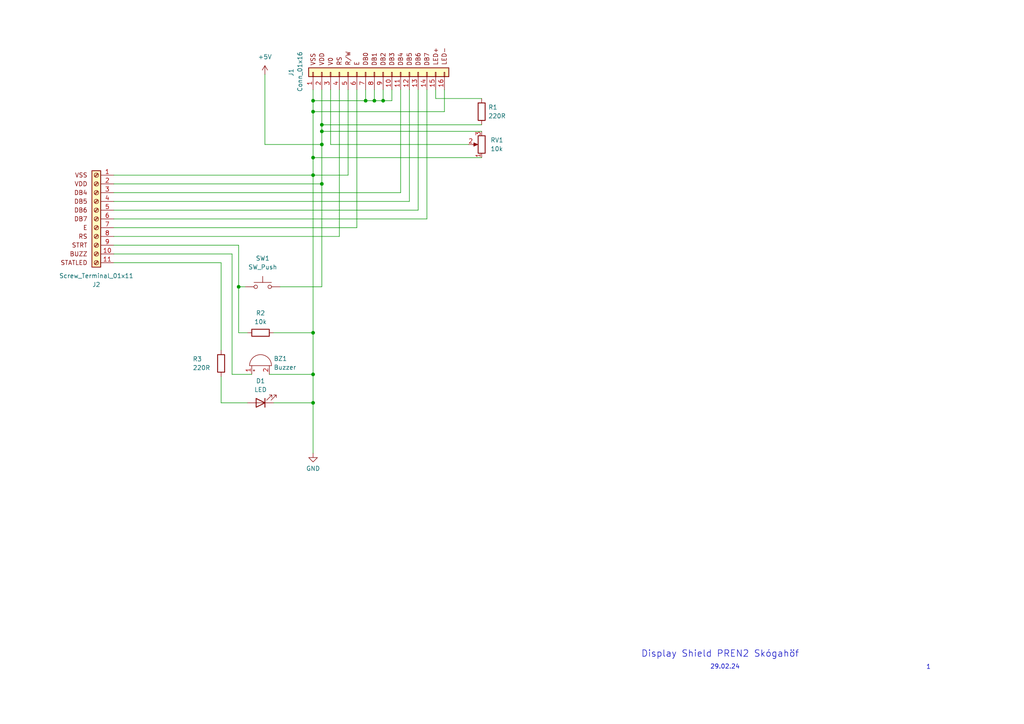
<source format=kicad_sch>
(kicad_sch (version 20230121) (generator eeschema)
  (paper "A4")
  (lib_symbols
    (symbol "Connector:Screw_Terminal_01x11" (pin_names (offset 1.016) hide)
      (property "Reference" "J2" (at 0 -19.05 0))
      (property "Value" "Screw_Terminal_01x11" (at 0 -16.51 0))
      (symbol "Screw_Terminal_01x11_1_1"
        (rectangle (start -1.27 13.97) (end 1.27 -13.97) (stroke (width 0.254)) (fill (type background)))
        (circle (center 0 -12.7) (radius 0.635) (stroke (width 0.1524)))
        (circle (center 0 -10.16) (radius 0.635) (stroke (width 0.1524)))
        (circle (center 0 -7.62) (radius 0.635) (stroke (width 0.1524)))
        (circle (center 0 -5.08) (radius 0.635) (stroke (width 0.1524)))
        (circle (center 0 -2.54) (radius 0.635) (stroke (width 0.1524)))
        (polyline (pts (xy -0.5334 -12.3698) (xy 0.3302 -13.208)) (stroke (width 0.1524)))
        (polyline (pts (xy -0.5334 -9.8298) (xy 0.3302 -10.668)) (stroke (width 0.1524)))
        (polyline (pts (xy -0.5334 -7.2898) (xy 0.3302 -8.128)) (stroke (width 0.1524)))
        (polyline (pts (xy -0.5334 -4.7498) (xy 0.3302 -5.588)) (stroke (width 0.1524)))
        (polyline (pts (xy -0.5334 -2.2098) (xy 0.3302 -3.048)) (stroke (width 0.1524)))
        (polyline (pts (xy -0.5334 0.3302) (xy 0.3302 -0.508)) (stroke (width 0.1524)))
        (polyline (pts (xy -0.5334 2.8702) (xy 0.3302 2.032)) (stroke (width 0.1524)))
        (polyline (pts (xy -0.5334 5.4102) (xy 0.3302 4.572)) (stroke (width 0.1524)))
        (polyline (pts (xy -0.5334 7.9502) (xy 0.3302 7.112)) (stroke (width 0.1524)))
        (polyline (pts (xy -0.5334 10.4902) (xy 0.3302 9.652)) (stroke (width 0.1524)))
        (polyline (pts (xy -0.5334 13.0302) (xy 0.3302 12.192)) (stroke (width 0.1524)))
        (polyline (pts (xy -0.3556 -12.192) (xy 0.508 -13.0302)) (stroke (width 0.1524)))
        (polyline (pts (xy -0.3556 -9.652) (xy 0.508 -10.4902)) (stroke (width 0.1524)))
        (polyline (pts (xy -0.3556 -7.112) (xy 0.508 -7.9502)) (stroke (width 0.1524)))
        (polyline (pts (xy -0.3556 -4.572) (xy 0.508 -5.4102)) (stroke (width 0.1524)))
        (polyline (pts (xy -0.3556 -2.032) (xy 0.508 -2.8702)) (stroke (width 0.1524)))
        (polyline (pts (xy -0.3556 0.508) (xy 0.508 -0.3302)) (stroke (width 0.1524)))
        (polyline (pts (xy -0.3556 3.048) (xy 0.508 2.2098)) (stroke (width 0.1524)))
        (polyline (pts (xy -0.3556 5.588) (xy 0.508 4.7498)) (stroke (width 0.1524)))
        (polyline (pts (xy -0.3556 8.128) (xy 0.508 7.2898)) (stroke (width 0.1524)))
        (polyline (pts (xy -0.3556 10.668) (xy 0.508 9.8298)) (stroke (width 0.1524)))
        (polyline (pts (xy -0.3556 13.208) (xy 0.508 12.3698)) (stroke (width 0.1524)))
        (circle (center 0 0) (radius 0.635) (stroke (width 0.1524)))
        (circle (center 0 2.54) (radius 0.635) (stroke (width 0.1524)))
        (circle (center 0 5.08) (radius 0.635) (stroke (width 0.1524)))
        (circle (center 0 7.62) (radius 0.635) (stroke (width 0.1524)))
        (circle (center 0 10.16) (radius 0.635) (stroke (width 0.1524)))
        (circle (center 0 12.7) (radius 0.635) (stroke (width 0.1524)))
        (text "BUZZ" (at 2.54 -10.16 0) (effects (font (size 1.27 1.27)) (justify left)))
        (text "DB4" (at 2.54 7.62 0) (effects (font (size 1.27 1.27)) (justify left)))
        (text "DB5" (at 2.54 5.08 0) (effects (font (size 1.27 1.27)) (justify left)))
        (text "DB6" (at 2.54 2.54 0) (effects (font (size 1.27 1.27)) (justify left)))
        (text "DB7" (at 2.54 0 0) (effects (font (size 1.27 1.27)) (justify left)))
        (text "E" (at 2.54 -2.54 0) (effects (font (size 1.27 1.27)) (justify left)))
        (text "RS" (at 2.54 -5.08 0) (effects (font (size 1.27 1.27)) (justify left)))
        (text "STATLED" (at 2.54 -12.7 0) (effects (font (size 1.27 1.27)) (justify left)))
        (text "STRT" (at 2.54 -7.62 0) (effects (font (size 1.27 1.27)) (justify left)))
        (text "VDD" (at 2.54 10.16 0) (effects (font (size 1.27 1.27)) (justify left)))
        (text "VSS\n" (at 2.54 12.7 0) (effects (font (size 1.27 1.27)) (justify left)))
        (pin passive line (at -5.08 12.7 0) (length 3.81) (name "Pin_1") (number "1"))
        (pin passive line (at -5.08 -10.16 0) (length 3.81) (name "Pin_10") (number "10"))
        (pin passive line (at -5.08 -12.7 0) (length 3.81) (name "Pin_11") (number "11"))
        (pin passive line (at -5.08 10.16 0) (length 3.81) (name "Pin_2") (number "2"))
        (pin passive line (at -5.08 7.62 0) (length 3.81) (name "Pin_3") (number "3"))
        (pin passive line (at -5.08 5.08 0) (length 3.81) (name "Pin_4") (number "4"))
        (pin passive line (at -5.08 2.54 0) (length 3.81) (name "Pin_5") (number "5"))
        (pin passive line (at -5.08 0 0) (length 3.81) (name "Pin_6") (number "6"))
        (pin passive line (at -5.08 -2.54 0) (length 3.81) (name "Pin_7") (number "7"))
        (pin passive line (at -5.08 -5.08 0) (length 3.81) (name "Pin_8") (number "8"))
        (pin passive line (at -5.08 -7.62 0) (length 3.81) (name "Pin_9") (number "9"))
      )
    )
    (symbol "Connector_Generic:Conn_01x16" (pin_names (offset 1.016) hide)
      (property "Reference" "J1" (at 10.795 0 0))
      (property "Value" "Conn_01x16" (at 8.89 -2.54 0))
      (symbol "Conn_01x16_1_1"
        (rectangle (start -1.27 -20.193) (end 0 -20.447) (stroke (width 0.1524)))
        (rectangle (start -1.27 -17.653) (end 0 -17.907) (stroke (width 0.1524)))
        (rectangle (start -1.27 -15.113) (end 0 -15.367) (stroke (width 0.1524)))
        (rectangle (start -1.27 -12.573) (end 0 -12.827) (stroke (width 0.1524)))
        (rectangle (start -1.27 -10.033) (end 0 -10.287) (stroke (width 0.1524)))
        (rectangle (start -1.27 -7.493) (end 0 -7.747) (stroke (width 0.1524)))
        (rectangle (start -1.27 -4.953) (end 0 -5.207) (stroke (width 0.1524)))
        (rectangle (start -1.27 -2.413) (end 0 -2.667) (stroke (width 0.1524)))
        (rectangle (start -1.27 0.127) (end 0 -0.127) (stroke (width 0.1524)))
        (rectangle (start -1.27 2.667) (end 0 2.413) (stroke (width 0.1524)))
        (rectangle (start -1.27 5.207) (end 0 4.953) (stroke (width 0.1524)))
        (rectangle (start -1.27 7.747) (end 0 7.493) (stroke (width 0.1524)))
        (rectangle (start -1.27 10.287) (end 0 10.033) (stroke (width 0.1524)))
        (rectangle (start -1.27 12.827) (end 0 12.573) (stroke (width 0.1524)))
        (rectangle (start -1.27 15.367) (end 0 15.113) (stroke (width 0.1524)))
        (rectangle (start -1.27 17.907) (end 0 17.653) (stroke (width 0.1524)))
        (rectangle (start -1.27 19.05) (end 1.27 -21.59) (stroke (width 0.254)) (fill (type background)))
        (text "DB0\n" (at 1.905 2.54 0) (effects (font (size 1.27 1.27)) (justify left)))
        (text "DB1\n" (at 3.81 0 0) (effects (font (size 1.27 1.27))))
        (text "DB2\n" (at 3.81 -2.54 0) (effects (font (size 1.27 1.27))))
        (text "DB3\n" (at 3.81 -5.08 0) (effects (font (size 1.27 1.27))))
        (text "DB4\n" (at 3.81 -7.62 0) (effects (font (size 1.27 1.27))))
        (text "DB5\n" (at 3.81 -10.16 0) (effects (font (size 1.27 1.27))))
        (text "DB6\n" (at 3.81 -12.7 0) (effects (font (size 1.27 1.27))))
        (text "DB7\n" (at 3.81 -15.24 0) (effects (font (size 1.27 1.27))))
        (text "E  \n" (at 1.905 5.08 0) (effects (font (size 1.27 1.27)) (justify left)))
        (text "LED+" (at 2.0009 -17.7922 0) (effects (font (size 1.27 1.27)) (justify left)))
        (text "LED-" (at 2.0506 -20.2779 0) (effects (font (size 1.27 1.27)) (justify left)))
        (text "R/W\n" (at 1.905 7.62 0) (effects (font (size 1.27 1.27)) (justify left)))
        (text "RS \n" (at 1.905 10.16 0) (effects (font (size 1.27 1.27)) (justify left)))
        (text "V0 \n" (at 1.905 12.7 0) (effects (font (size 1.27 1.27)) (justify left)))
        (text "VDD\n" (at 1.905 15.24 0) (effects (font (size 1.27 1.27)) (justify left)))
        (text "VSS" (at 1.905 17.78 0) (effects (font (size 1.27 1.27)) (justify left)))
        (pin passive line (at -5.08 17.78 0) (length 3.81) (name "Pin_1") (number "1"))
        (pin passive line (at -5.08 -5.08 0) (length 3.81) (name "Pin_10") (number "10"))
        (pin passive line (at -5.08 -7.62 0) (length 3.81) (name "Pin_11") (number "11"))
        (pin passive line (at -5.08 -10.16 0) (length 3.81) (name "Pin_12") (number "12"))
        (pin passive line (at -5.08 -12.7 0) (length 3.81) (name "Pin_13") (number "13"))
        (pin passive line (at -5.08 -15.24 0) (length 3.81) (name "Pin_14") (number "14"))
        (pin passive line (at -5.08 -17.78 0) (length 3.81) (name "Pin_15") (number "15"))
        (pin passive line (at -5.08 -20.32 0) (length 3.81) (name "Pin_16") (number "16"))
        (pin passive line (at -5.08 15.24 0) (length 3.81) (name "Pin_2") (number "2"))
        (pin passive line (at -5.08 12.7 0) (length 3.81) (name "Pin_3") (number "3"))
        (pin passive line (at -5.08 10.16 0) (length 3.81) (name "Pin_4") (number "4"))
        (pin passive line (at -5.08 7.62 0) (length 3.81) (name "Pin_5") (number "5"))
        (pin passive line (at -5.08 5.08 0) (length 3.81) (name "Pin_6") (number "6"))
        (pin passive line (at -5.08 2.54 0) (length 3.81) (name "Pin_7") (number "7"))
        (pin passive line (at -5.08 0 0) (length 3.81) (name "Pin_8") (number "8"))
        (pin passive line (at -5.08 -2.54 0) (length 3.81) (name "Pin_9") (number "9"))
      )
    )
    (symbol "Device:Buzzer" (pin_names (offset 0.0254) hide)
      (property "Reference" "BZ" (at 3.81 1.27 0))
      (property "Value" "Buzzer" (at 3.81 -1.27 0))
      (symbol "Buzzer_0_1"
        (arc (start 0 -3.175) (mid 3.1612 0) (end 0 3.175))
        (polyline (pts (xy -1.651 1.905) (xy -1.143 1.905)))
        (polyline (pts (xy -1.397 2.159) (xy -1.397 1.651)))
        (polyline (pts (xy 0 3.175) (xy 0 -3.175)))
      )
      (symbol "Buzzer_1_1"
        (pin passive line (at -2.54 2.54 0) (length 2.54) (name "+") (number "1"))
        (pin passive line (at -2.54 -2.54 0) (length 2.54) (name "-") (number "2"))
      )
    )
    (symbol "Device:LED" (pin_numbers hide) (pin_names (offset 1.016) hide)
      (property "Reference" "D" (at 0 2.54 0))
      (property "Value" "LED" (at 0 -2.54 0))
      (symbol "LED_0_1"
        (polyline (pts (xy -1.27 -1.27) (xy -1.27 1.27)) (stroke (width 0.254)))
        (polyline (pts (xy -1.27 0) (xy 1.27 0)))
        (polyline (pts (xy 1.27 -1.27) (xy 1.27 1.27) (xy -1.27 0) (xy 1.27 -1.27)) (stroke (width 0.254)))
        (polyline (pts (xy -3.048 -0.762) (xy -4.572 -2.286) (xy -3.81 -2.286) (xy -4.572 -2.286) (xy -4.572 -1.524)))
        (polyline (pts (xy -1.778 -0.762) (xy -3.302 -2.286) (xy -2.54 -2.286) (xy -3.302 -2.286) (xy -3.302 -1.524)))
      )
      (symbol "LED_1_1"
        (pin passive line (at -3.81 0 0) (length 2.54) (name "K") (number "1"))
        (pin passive line (at 3.81 0 180) (length 2.54) (name "A") (number "2"))
      )
    )
    (symbol "Device:R" (pin_numbers hide) (pin_names (offset 0))
      (property "Reference" "R" (at 2.032 0 90))
      (property "Value" "R" (at 0 0 90))
      (symbol "R_0_1"
        (rectangle (start -1.016 -2.54) (end 1.016 2.54) (stroke (width 0.254)))
      )
      (symbol "R_1_1"
        (pin passive line (at 0 3.81 270) (length 1.27) (name "~") (number "1"))
        (pin passive line (at 0 -3.81 90) (length 1.27) (name "~") (number "2"))
      )
    )
    (symbol "Device:R_Potentiometer" (pin_names (offset 1.016) hide)
      (property "Reference" "RV" (at -4.445 0 90))
      (property "Value" "R_Potentiometer" (at -2.54 0 90))
      (symbol "R_Potentiometer_0_1"
        (polyline (pts (xy 2.54 0) (xy 1.524 0)))
        (polyline (pts (xy 1.143 0) (xy 2.286 0.508) (xy 2.286 -0.508) (xy 1.143 0)) (fill (type outline)))
        (rectangle (start 1.016 2.54) (end -1.016 -2.54) (stroke (width 0.254)))
      )
      (symbol "R_Potentiometer_1_1"
        (pin passive line (at 0 3.81 270) (length 1.27) (name "1") (number "1"))
        (pin passive line (at 3.81 0 180) (length 1.27) (name "2") (number "2"))
        (pin passive line (at 0 -3.81 90) (length 1.27) (name "3") (number "3"))
      )
    )
    (symbol "Switch:SW_Push" (pin_numbers hide) (pin_names (offset 1.016) hide)
      (property "Reference" "SW" (at 1.27 2.54 0))
      (property "Value" "SW_Push" (at 0 -1.524 0))
      (symbol "SW_Push_0_1"
        (circle (center -2.032 0) (radius 0.508))
        (polyline (pts (xy 0 1.27) (xy 0 3.048)))
        (polyline (pts (xy 2.54 1.27) (xy -2.54 1.27)))
        (circle (center 2.032 0) (radius 0.508))
        (pin passive line (at -5.08 0 0) (length 2.54) (name "1") (number "1"))
        (pin passive line (at 5.08 0 180) (length 2.54) (name "2") (number "2"))
      )
    )
    (symbol "power:+5V" (power) (pin_names (offset 0))
      (property "Value" "+5V" (at 0 3.556 0))
      (symbol "+5V_0_1"
        (polyline (pts (xy -0.762 1.27) (xy 0 2.54)))
        (polyline (pts (xy 0 0) (xy 0 2.54)))
        (polyline (pts (xy 0 2.54) (xy 0.762 1.27)))
      )
      (symbol "+5V_1_1"
        (pin power_in line (at 0 0 90) (length 0) hide (name "+5V") (number "1"))
      )
    )
    (symbol "power:GND" (power) (pin_names (offset 0))
      (property "Value" "GND" (at 0 -3.81 0))
      (symbol "GND_0_1"
        (polyline (pts (xy 0 0) (xy 0 -1.27) (xy 1.27 -1.27) (xy 0 -2.54) (xy -1.27 -1.27) (xy 0 -1.27)))
      )
      (symbol "GND_1_1"
        (pin power_in line (at 0 0 270) (length 0) hide (name "GND") (number "1"))
      )
    )
  )
  (junction (at 90.805 29.21))
  (junction (at 111.125 29.21))
  (junction (at 90.805 45.72))
  (junction (at 90.805 108.585))
  (junction (at 90.805 96.52))
  (junction (at 93.345 36.195))
  (junction (at 93.345 38.1))
  (junction (at 93.345 41.91))
  (junction (at 106.045 29.21))
  (junction (at 90.805 32.385))
  (junction (at 93.345 53.34))
  (junction (at 69.215 83.185))
  (junction (at 108.585 29.21))
  (junction (at 90.805 50.8))
  (junction (at 90.805 116.84))
  (wire (pts (xy 90.805 45.72) (xy 139.7 45.72)))
  (wire (pts (xy 33.02 55.88) (xy 116.205 55.88)))
  (wire (pts (xy 67.31 73.66) (xy 67.31 108.585)))
  (wire (pts (xy 76.835 41.91) (xy 93.345 41.91)))
  (wire (pts (xy 128.905 26.035) (xy 128.905 32.385)))
  (wire (pts (xy 33.02 68.58) (xy 98.425 68.58)))
  (wire (pts (xy 90.805 116.84) (xy 90.805 131.445)))
  (wire (pts (xy 69.215 83.185) (xy 71.12 83.185)))
  (wire (pts (xy 33.02 53.34) (xy 93.345 53.34)))
  (wire (pts (xy 126.365 28.575) (xy 139.7 28.575)))
  (wire (pts (xy 93.345 38.1) (xy 93.345 41.91)))
  (wire (pts (xy 90.805 29.21) (xy 90.805 32.385)))
  (wire (pts (xy 98.425 26.035) (xy 98.425 68.58)))
  (wire (pts (xy 90.805 32.385) (xy 90.805 45.72)))
  (wire (pts (xy 113.665 26.035) (xy 113.665 29.21)))
  (wire (pts (xy 79.375 96.52) (xy 90.805 96.52)))
  (wire (pts (xy 95.885 26.035) (xy 95.885 41.91)))
  (wire (pts (xy 64.135 101.6) (xy 64.135 76.2)))
  (wire (pts (xy 111.125 26.035) (xy 111.125 29.21)))
  (wire (pts (xy 93.345 38.1) (xy 139.7 38.1)))
  (wire (pts (xy 106.045 29.21) (xy 108.585 29.21)))
  (wire (pts (xy 93.345 26.035) (xy 93.345 36.195)))
  (wire (pts (xy 126.365 26.035) (xy 126.365 28.575)))
  (wire (pts (xy 33.02 63.5) (xy 123.825 63.5)))
  (wire (pts (xy 90.805 108.585) (xy 90.805 96.52)))
  (wire (pts (xy 69.215 96.52) (xy 69.215 83.185)))
  (wire (pts (xy 93.345 83.185) (xy 93.345 53.34)))
  (wire (pts (xy 90.805 96.52) (xy 90.805 50.8)))
  (wire (pts (xy 90.805 50.8) (xy 100.965 50.8)))
  (wire (pts (xy 118.745 26.035) (xy 118.745 58.42)))
  (wire (pts (xy 108.585 29.21) (xy 111.125 29.21)))
  (wire (pts (xy 64.135 116.84) (xy 71.755 116.84)))
  (wire (pts (xy 90.805 108.585) (xy 90.805 116.84)))
  (wire (pts (xy 76.835 21.59) (xy 76.835 41.91)))
  (wire (pts (xy 116.205 26.035) (xy 116.205 55.88)))
  (wire (pts (xy 93.345 41.91) (xy 93.345 53.34)))
  (wire (pts (xy 33.02 60.96) (xy 121.285 60.96)))
  (wire (pts (xy 90.805 29.21) (xy 106.045 29.21)))
  (wire (pts (xy 95.885 41.91) (xy 135.89 41.91)))
  (wire (pts (xy 90.805 45.72) (xy 90.805 50.8)))
  (wire (pts (xy 33.02 73.66) (xy 67.31 73.66)))
  (wire (pts (xy 69.215 71.12) (xy 69.215 83.185)))
  (wire (pts (xy 67.31 108.585) (xy 73.025 108.585)))
  (wire (pts (xy 33.02 58.42) (xy 118.745 58.42)))
  (wire (pts (xy 93.345 36.195) (xy 93.345 38.1)))
  (wire (pts (xy 100.965 26.035) (xy 100.965 50.8)))
  (wire (pts (xy 111.125 29.21) (xy 113.665 29.21)))
  (wire (pts (xy 79.375 116.84) (xy 90.805 116.84)))
  (wire (pts (xy 33.02 66.04) (xy 103.505 66.04)))
  (wire (pts (xy 90.805 32.385) (xy 128.905 32.385)))
  (wire (pts (xy 106.045 26.035) (xy 106.045 29.21)))
  (wire (pts (xy 78.105 108.585) (xy 90.805 108.585)))
  (wire (pts (xy 123.825 26.035) (xy 123.825 63.5)))
  (wire (pts (xy 90.805 26.035) (xy 90.805 29.21)))
  (wire (pts (xy 71.755 96.52) (xy 69.215 96.52)))
  (wire (pts (xy 93.345 36.195) (xy 139.7 36.195)))
  (wire (pts (xy 33.02 71.12) (xy 69.215 71.12)))
  (wire (pts (xy 33.02 50.8) (xy 90.805 50.8)))
  (wire (pts (xy 64.135 76.2) (xy 33.02 76.2)))
  (wire (pts (xy 108.585 26.035) (xy 108.585 29.21)))
  (wire (pts (xy 64.135 109.22) (xy 64.135 116.84)))
  (wire (pts (xy 103.505 26.035) (xy 103.505 66.04)))
  (wire (pts (xy 121.285 26.035) (xy 121.285 60.96)))
  (wire (pts (xy 81.28 83.185) (xy 93.345 83.185)))
  (text "29.02.24\n" (at 205.9674 194.2365 0) (effects (font (size 1.27 1.27)) (justify left bottom)))
  (text "1\n" (at 268.605 194.31 0) (effects (font (size 1.27 1.27)) (justify left bottom)))
  (text "Display Shield PREN2 Skógahöf" (at 185.9332 190.8552 0) (effects (font (size 1.9 1.9)) (justify left bottom)))
  (symbol (lib_id "power:+5V") (at 76.835 21.59 0) (unit 1)
    (property "Reference" "#PWR02" (effects hide))
    (property "Value" "+5V" (at 76.835 16.51 0))
  )
  (symbol (lib_id "Device:R") (at 75.565 96.52 90) (unit 1)
    (property "Reference" "R2" (at 75.565 90.805 90))
    (property "Value" "10k" (at 75.565 93.345 90))
    (property "Footprint" "Resistor_SMD:R_0805_2012Metric_Pad1.20x1.40mm_HandSolder" (effects hide))
  )
  (symbol (lib_id "Connector:Screw_Terminal_01x11") (at 27.94 63.5 0) (mirror y) (unit 1)
    (property "Reference" "J2" (at 27.94 82.55 0))
    (property "Value" "Screw_Terminal_01x11" (at 27.94 80.01 0))
    (property "Footprint" "TerminalBlock_4Ucon:TerminalBlock_4Ucon_1x11_P3.50mm_Vertical" (effects hide))
  )
  (symbol (lib_id "Device:R") (at 64.135 105.41 0) (unit 1)
    (property "Reference" "R3" (at 55.88 104.14 0) (effects (justify left)))
    (property "Value" "220R" (at 55.88 106.68 0) (effects (justify left)))
    (property "Footprint" "Resistor_SMD:R_0805_2012Metric_Pad1.20x1.40mm_HandSolder" (effects hide))
  )
  (symbol (lib_id "Device:LED") (at 75.565 116.84 180) (unit 1)
    (property "Reference" "D1" (at 75.565 110.49 0))
    (property "Value" "LED" (at 75.565 113.03 0))
    (property "Footprint" "LED_THT:LED_D5.0mm_FlatTop" (effects hide))
  )
  (symbol (lib_id "Connector_Generic:Conn_01x16") (at 108.585 20.955 90) (unit 1)
    (property "Reference" "J1" (at 84.455 22.225 0) (effects (justify left)))
    (property "Value" "Conn_01x16" (at 86.995 26.67 0) (effects (justify left)))
    (property "Footprint" "Connector_PinHeader_2.54mm:PinHeader_1x16_P2.54mm_Vertical" (effects hide))
  )
  (symbol (lib_id "Switch:SW_Push") (at 76.2 83.185 0) (unit 1)
    (property "Reference" "SW1" (at 76.2 74.93 0))
    (property "Value" "SW_Push" (at 76.2 77.47 0))
    (property "Footprint" "Button_Switch_THT:SW_PUSH_6mm_H8.5mm" (effects hide))
  )
  (symbol (lib_id "Device:R_Potentiometer") (at 139.7 41.91 180) (unit 1)
    (property "Reference" "RV1" (at 142.24 40.64 0) (effects (justify right)))
    (property "Value" "10k" (at 142.24 43.18 0) (effects (justify right)))
    (property "Footprint" "Potentiometer_THT:Potentiometer_Bourns_3299W_Vertical" (effects hide))
  )
  (symbol (lib_id "power:GND") (at 90.805 131.445 0) (unit 1)
    (property "Reference" "#PWR01" (effects hide))
    (property "Value" "GND" (at 90.805 135.89 0))
  )
  (symbol (lib_id "Device:Buzzer") (at 75.565 106.045 90) (unit 1)
    (property "Reference" "BZ1" (at 79.375 104.0199 90) (effects (justify right)))
    (property "Value" "Buzzer" (at 79.375 106.5599 90) (effects (justify right)))
    (property "Footprint" "Buzzer_Beeper:Buzzer_12x9.5RM7.6" (effects hide))
  )
  (symbol (lib_id "Device:R") (at 139.7 32.385 0) (unit 1)
    (property "Reference" "R1" (at 141.605 31.115 0) (effects (justify left)))
    (property "Value" "220R" (at 141.605 33.655 0) (effects (justify left)))
    (property "Footprint" "Resistor_SMD:R_0805_2012Metric_Pad1.20x1.40mm_HandSolder" (effects hide))
  )
)
</source>
